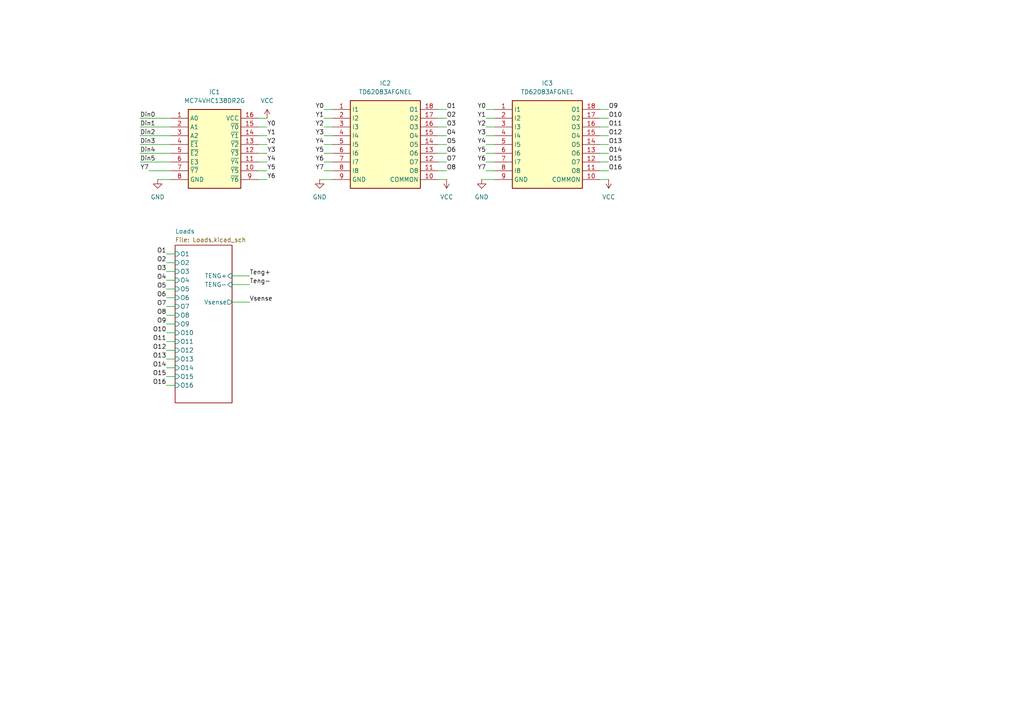
<source format=kicad_sch>
(kicad_sch (version 20231120) (generator "eeschema") (generator_version "8.0")
  (paper "A4")
  (lib_symbols
    (symbol "SamacSys_Parts:MC74VHC138DR2G"
      (property "Reference" "IC" (at 21.59 7.62 0))
      (property "Value" "MC74VHC138DR2G" (at 21.59 5.08 0))
      (symbol "MC74VHC138DR2G_1_1"
        (rectangle (start 5.08 2.54) (end 20.32 -20.32) (stroke (width 0.254)) (fill (type background)))
        (pin passive line (at 0 0 0) (length 5.08) (name "A0") (number "1"))
        (pin passive line (at 25.4 -15.24 180) (length 5.08) (name "~{Y5}") (number "10"))
        (pin passive line (at 25.4 -12.7 180) (length 5.08) (name "~{Y4}") (number "11"))
        (pin passive line (at 25.4 -10.16 180) (length 5.08) (name "~{Y3}") (number "12"))
        (pin passive line (at 25.4 -7.62 180) (length 5.08) (name "~{Y2}") (number "13"))
        (pin passive line (at 25.4 -5.08 180) (length 5.08) (name "~{Y1}") (number "14"))
        (pin passive line (at 25.4 -2.54 180) (length 5.08) (name "~{Y0}") (number "15"))
        (pin power_in line (at 25.4 0 180) (length 5.08) (name "VCC") (number "16"))
        (pin passive line (at 0 -2.54 0) (length 5.08) (name "A1") (number "2"))
        (pin passive line (at 0 -5.08 0) (length 5.08) (name "A2") (number "3"))
        (pin passive line (at 0 -7.62 0) (length 5.08) (name "~{E1}") (number "4"))
        (pin passive line (at 0 -10.16 0) (length 5.08) (name "~{E2}") (number "5"))
        (pin passive line (at 0 -12.7 0) (length 5.08) (name "E3") (number "6"))
        (pin passive line (at 0 -15.24 0) (length 5.08) (name "~{Y7}") (number "7"))
        (pin power_in line (at 0 -17.78 0) (length 5.08) (name "GND") (number "8"))
        (pin passive line (at 25.4 -17.78 180) (length 5.08) (name "~{Y6}") (number "9"))
      )
    )
    (symbol "SamacSys_Parts:TD62083AFGNEL"
      (property "Reference" "IC" (at 26.67 7.62 0))
      (property "Value" "TD62083AFGNEL" (at 26.67 5.08 0))
      (symbol "TD62083AFGNEL_1_1"
        (rectangle (start 5.08 2.54) (end 25.4 -22.86) (stroke (width 0.254)) (fill (type background)))
        (pin passive line (at 0 0 0) (length 5.08) (name "I1") (number "1"))
        (pin passive line (at 30.48 -20.32 180) (length 5.08) (name "COMMON") (number "10"))
        (pin passive line (at 30.48 -17.78 180) (length 5.08) (name "O8") (number "11"))
        (pin passive line (at 30.48 -15.24 180) (length 5.08) (name "O7") (number "12"))
        (pin passive line (at 30.48 -12.7 180) (length 5.08) (name "O6") (number "13"))
        (pin passive line (at 30.48 -10.16 180) (length 5.08) (name "O5") (number "14"))
        (pin passive line (at 30.48 -7.62 180) (length 5.08) (name "O4") (number "15"))
        (pin passive line (at 30.48 -5.08 180) (length 5.08) (name "O3") (number "16"))
        (pin passive line (at 30.48 -2.54 180) (length 5.08) (name "O2") (number "17"))
        (pin passive line (at 30.48 0 180) (length 5.08) (name "O1") (number "18"))
        (pin passive line (at 0 -2.54 0) (length 5.08) (name "I2") (number "2"))
        (pin passive line (at 0 -5.08 0) (length 5.08) (name "I3") (number "3"))
        (pin passive line (at 0 -7.62 0) (length 5.08) (name "I4") (number "4"))
        (pin passive line (at 0 -10.16 0) (length 5.08) (name "I5") (number "5"))
        (pin passive line (at 0 -12.7 0) (length 5.08) (name "I6") (number "6"))
        (pin passive line (at 0 -15.24 0) (length 5.08) (name "I7") (number "7"))
        (pin passive line (at 0 -17.78 0) (length 5.08) (name "I8") (number "8"))
        (pin passive line (at 0 -20.32 0) (length 5.08) (name "GND") (number "9"))
      )
    )
    (symbol "power:GND" (power) (pin_numbers hide) (pin_names (offset 0) hide)
      (property "Value" "GND" (at 0 -3.81 0))
      (symbol "GND_0_1"
        (polyline (pts (xy 0 0) (xy 0 -1.27) (xy 1.27 -1.27) (xy 0 -2.54) (xy -1.27 -1.27) (xy 0 -1.27)))
      )
      (symbol "GND_1_1"
        (pin power_in line (at 0 0 270) (length 0) (name "~") (number "1"))
      )
    )
    (symbol "power:VCC" (power) (pin_numbers hide) (pin_names (offset 0) hide)
      (property "Value" "VCC" (at 0 3.556 0))
      (symbol "VCC_0_1"
        (polyline (pts (xy -0.762 1.27) (xy 0 2.54)))
        (polyline (pts (xy 0 0) (xy 0 2.54)))
        (polyline (pts (xy 0 2.54) (xy 0.762 1.27)))
      )
      (symbol "VCC_1_1"
        (pin power_in line (at 0 0 90) (length 0) (name "~") (number "1"))
      )
    )
  )
  (wire (pts (xy 143.51 52.07) (xy 139.7 52.07)))
  (wire (pts (xy 129.54 46.99) (xy 127 46.99)))
  (wire (pts (xy 48.26 76.2) (xy 50.8 76.2)))
  (wire (pts (xy 93.98 41.91) (xy 96.52 41.91)))
  (wire (pts (xy 176.53 44.45) (xy 173.99 44.45)))
  (wire (pts (xy 40.64 46.99) (xy 49.53 46.99)))
  (wire (pts (xy 48.26 111.76) (xy 50.8 111.76)))
  (wire (pts (xy 129.54 49.53) (xy 127 49.53)))
  (wire (pts (xy 140.97 46.99) (xy 143.51 46.99)))
  (wire (pts (xy 48.26 83.82) (xy 50.8 83.82)))
  (wire (pts (xy 93.98 49.53) (xy 96.52 49.53)))
  (wire (pts (xy 48.26 78.74) (xy 50.8 78.74)))
  (wire (pts (xy 72.39 87.63) (xy 67.31 87.63)))
  (wire (pts (xy 140.97 31.75) (xy 143.51 31.75)))
  (wire (pts (xy 129.54 39.37) (xy 127 39.37)))
  (wire (pts (xy 93.98 44.45) (xy 96.52 44.45)))
  (wire (pts (xy 72.39 80.01) (xy 67.31 80.01)))
  (wire (pts (xy 48.26 86.36) (xy 50.8 86.36)))
  (wire (pts (xy 176.53 34.29) (xy 173.99 34.29)))
  (wire (pts (xy 176.53 31.75) (xy 173.99 31.75)))
  (wire (pts (xy 129.54 31.75) (xy 127 31.75)))
  (wire (pts (xy 127 52.07) (xy 129.54 52.07)))
  (wire (pts (xy 140.97 36.83) (xy 143.51 36.83)))
  (wire (pts (xy 77.47 52.07) (xy 74.93 52.07)))
  (wire (pts (xy 48.26 93.98) (xy 50.8 93.98)))
  (wire (pts (xy 176.53 39.37) (xy 173.99 39.37)))
  (wire (pts (xy 93.98 36.83) (xy 96.52 36.83)))
  (wire (pts (xy 140.97 41.91) (xy 143.51 41.91)))
  (wire (pts (xy 129.54 41.91) (xy 127 41.91)))
  (wire (pts (xy 40.64 44.45) (xy 49.53 44.45)))
  (wire (pts (xy 74.93 34.29) (xy 77.47 34.29)))
  (wire (pts (xy 140.97 34.29) (xy 143.51 34.29)))
  (wire (pts (xy 77.47 44.45) (xy 74.93 44.45)))
  (wire (pts (xy 77.47 49.53) (xy 74.93 49.53)))
  (wire (pts (xy 77.47 46.99) (xy 74.93 46.99)))
  (wire (pts (xy 72.39 82.55) (xy 67.31 82.55)))
  (wire (pts (xy 140.97 44.45) (xy 143.51 44.45)))
  (wire (pts (xy 43.18 49.53) (xy 49.53 49.53)))
  (wire (pts (xy 48.26 96.52) (xy 50.8 96.52)))
  (wire (pts (xy 93.98 31.75) (xy 96.52 31.75)))
  (wire (pts (xy 48.26 104.14) (xy 50.8 104.14)))
  (wire (pts (xy 48.26 109.22) (xy 50.8 109.22)))
  (wire (pts (xy 173.99 46.99) (xy 176.53 46.99)))
  (wire (pts (xy 176.53 49.53) (xy 173.99 49.53)))
  (wire (pts (xy 77.47 41.91) (xy 74.93 41.91)))
  (wire (pts (xy 40.64 39.37) (xy 49.53 39.37)))
  (wire (pts (xy 140.97 49.53) (xy 143.51 49.53)))
  (wire (pts (xy 129.54 44.45) (xy 127 44.45)))
  (wire (pts (xy 129.54 34.29) (xy 127 34.29)))
  (wire (pts (xy 93.98 39.37) (xy 96.52 39.37)))
  (wire (pts (xy 77.47 39.37) (xy 74.93 39.37)))
  (wire (pts (xy 48.26 106.68) (xy 50.8 106.68)))
  (wire (pts (xy 49.53 52.07) (xy 45.72 52.07)))
  (wire (pts (xy 93.98 46.99) (xy 96.52 46.99)))
  (wire (pts (xy 40.64 34.29) (xy 49.53 34.29)))
  (wire (pts (xy 40.64 41.91) (xy 49.53 41.91)))
  (wire (pts (xy 48.26 81.28) (xy 50.8 81.28)))
  (wire (pts (xy 93.98 34.29) (xy 96.52 34.29)))
  (wire (pts (xy 48.26 73.66) (xy 50.8 73.66)))
  (wire (pts (xy 77.47 36.83) (xy 74.93 36.83)))
  (wire (pts (xy 176.53 41.91) (xy 173.99 41.91)))
  (wire (pts (xy 48.26 88.9) (xy 50.8 88.9)))
  (wire (pts (xy 48.26 101.6) (xy 50.8 101.6)))
  (wire (pts (xy 40.64 36.83) (xy 49.53 36.83)))
  (wire (pts (xy 140.97 39.37) (xy 143.51 39.37)))
  (wire (pts (xy 48.26 99.06) (xy 50.8 99.06)))
  (wire (pts (xy 96.52 52.07) (xy 92.71 52.07)))
  (wire (pts (xy 129.54 36.83) (xy 127 36.83)))
  (wire (pts (xy 48.26 91.44) (xy 50.8 91.44)))
  (wire (pts (xy 176.53 36.83) (xy 173.99 36.83)))
  (wire (pts (xy 173.99 52.07) (xy 176.53 52.07)))
  (label "O3" (at 129.54 36.83 0))
  (label "Teng-" (at 72.39 82.55 0))
  (label "Y0" (at 140.97 31.75 180))
  (label "O8" (at 129.54 49.53 0))
  (label "Y5" (at 93.98 44.45 180))
  (label "Y3" (at 140.97 39.37 180))
  (label "Din0" (at 40.64 34.29 0))
  (label "O8" (at 48.26 91.44 180))
  (label "O15" (at 48.26 109.22 180))
  (label "O11" (at 48.26 99.06 180))
  (label "Y0" (at 77.47 36.83 0))
  (label "O12" (at 48.26 101.6 180))
  (label "O1" (at 129.54 31.75 0))
  (label "Y3" (at 77.47 44.45 0))
  (label "Y6" (at 93.98 46.99 180))
  (label "O9" (at 48.26 93.98 180))
  (label "Y1" (at 140.97 34.29 180))
  (label "O1" (at 48.26 73.66 180))
  (label "Y2" (at 140.97 36.83 180))
  (label "Y3" (at 93.98 39.37 180))
  (label "O7" (at 48.26 88.9 180))
  (label "Y0" (at 93.98 31.75 180))
  (label "O6" (at 129.54 44.45 0))
  (label "Y4" (at 140.97 41.91 180))
  (label "O13" (at 48.26 104.14 180))
  (label "Din1" (at 40.64 36.83 0))
  (label "O3" (at 48.26 78.74 180))
  (label "O10" (at 176.53 34.29 0))
  (label "Y4" (at 93.98 41.91 180))
  (label "O2" (at 48.26 76.2 180))
  (label "O14" (at 48.26 106.68 180))
  (label "O10" (at 48.26 96.52 180))
  (label "O14" (at 176.53 44.45 0))
  (label "Y7" (at 43.18 49.53 180))
  (label "O7" (at 129.54 46.99 0))
  (label "Din5" (at 40.64 46.99 0))
  (label "O5" (at 48.26 83.82 180))
  (label "Y1" (at 77.47 39.37 0))
  (label "Y7" (at 93.98 49.53 180))
  (label "Y1" (at 93.98 34.29 180))
  (label "Vsense" (at 72.39 87.63 0))
  (label "Teng+" (at 72.39 80.01 0))
  (label "O9" (at 176.53 31.75 0))
  (label "O5" (at 129.54 41.91 0))
  (label "O16" (at 176.53 49.53 0))
  (label "O16" (at 48.26 111.76 180))
  (label "Y7" (at 140.97 49.53 180))
  (label "Y5" (at 140.97 44.45 180))
  (label "O2" (at 129.54 34.29 0))
  (label "Y6" (at 140.97 46.99 180))
  (label "Din2" (at 40.64 39.37 0))
  (label "O6" (at 48.26 86.36 180))
  (label "Din4" (at 40.64 44.45 0))
  (label "Y4" (at 77.47 46.99 0))
  (label "O4" (at 129.54 39.37 0))
  (label "Y5" (at 77.47 49.53 0))
  (label "O11" (at 176.53 36.83 0))
  (label "Din3" (at 40.64 41.91 0))
  (label "Y6" (at 77.47 52.07 0))
  (label "Y2" (at 93.98 36.83 180))
  (label "Y2" (at 77.47 41.91 0))
  (label "O4" (at 48.26 81.28 180))
  (label "O15" (at 176.53 46.99 0))
  (label "O12" (at 176.53 39.37 0))
  (label "O13" (at 176.53 41.91 0))
  (symbol (lib_id "power:VCC") (at 129.54 52.07 0) (mirror x) (unit 1)
    (property "Reference" "#PWR034" (effects (hide yes)))
    (property "Value" "VCC" (at 129.54 57.15 0))
    (property "Description" "Power symbol creates a global label with name \"VCC\"" (effects (hide yes)))
  )
  (symbol (lib_id "power:GND") (at 45.72 52.07 0) (unit 1)
    (property "Reference" "#PWR01" (effects (hide yes)))
    (property "Value" "GND" (at 45.72 57.15 0))
    (property "Description" "Power symbol creates a global label with name \"GND\" , ground" (effects (hide yes)))
  )
  (symbol (lib_id "power:GND") (at 139.7 52.07 0) (unit 1)
    (property "Reference" "#PWR042" (effects (hide yes)))
    (property "Value" "GND" (at 139.7 57.15 0))
    (property "Description" "Power symbol creates a global label with name \"GND\" , ground" (effects (hide yes)))
  )
  (symbol (lib_id "power:VCC") (at 176.53 52.07 0) (mirror x) (unit 1)
    (property "Reference" "#PWR043" (effects (hide yes)))
    (property "Value" "VCC" (at 176.53 57.15 0))
    (property "Description" "Power symbol creates a global label with name \"VCC\"" (effects (hide yes)))
  )
  (symbol (lib_id "SamacSys_Parts:TD62083AFGNEL") (at 143.51 31.75 0) (unit 1)
    (property "Reference" "IC3" (at 158.75 24.13 0))
    (property "Value" "TD62083AFGNEL" (at 158.75 26.67 0))
    (property "Footprint" "SOIC127P1030X245-18N" (effects (hide yes)))
    (property "Datasheet" "https://eu.mouser.com/datasheet/2/408/TD62083AFG_datasheet_en_20091001-875843.pdf" (effects (hide yes)))
    (property "Description" "Gate Drivers" (effects (hide yes)))
    (property "Height" "2.45" (effects (hide yes)))
    (property "Manufacturer_Name" "Toshiba" (effects (hide yes)))
    (property "Manufacturer_Part_Number" "TD62083AFGNEL" (effects (hide yes)))
    (property "Mouser Part Number" "N/A" (effects (hide yes)))
    (property "Mouser Price/Stock" "https://www.mouser.co.uk/ProductDetail/Toshiba/TD62083AFGNEL?qs=ZjcfeKH2FJO2XkKSOSlUdg%3D%3D" (effects (hide yes)))
  )
  (symbol (lib_id "power:GND") (at 92.71 52.07 0) (unit 1)
    (property "Reference" "#PWR03" (effects (hide yes)))
    (property "Value" "GND" (at 92.71 57.15 0))
    (property "Description" "Power symbol creates a global label with name \"GND\" , ground" (effects (hide yes)))
  )
  (symbol (lib_id "SamacSys_Parts:MC74VHC138DR2G") (at 49.53 34.29 0) (unit 1)
    (property "Reference" "IC1" (at 62.23 26.67 0))
    (property "Value" "MC74VHC138DR2G" (at 62.23 29.21 0))
    (property "Footprint" "Library:SOIC127P600X175-16N" (effects (hide yes)))
    (property "Datasheet" "http://www.onsemi.com/pub/Collateral/MC74VHC138-D.PDF" (effects (hide yes)))
    (property "Height" "1.75" (effects (hide yes)))
    (property "Manufacturer_Name" "onsemi" (effects (hide yes)))
    (property "Manufacturer_Part_Number" "MC74VHC138DR2G" (effects (hide yes)))
    (property "Mouser Part Number" "863-MC74VHC138DR2G" (effects (hide yes)))
    (property "Mouser Price/Stock" "https://www.mouser.co.uk/ProductDetail/onsemi/MC74VHC138DR2G?qs=YOLdObVcOZliRjfeSc5aqQ%3D%3D" (effects (hide yes)))
    (property "Arrow Part Number" "MC74VHC138DR2G" (effects (hide yes)))
    (property "Arrow Price/Stock" "https://www.arrow.com/en/products/mc74vhc138dr2g/on-semiconductor?region=nac" (effects (hide yes)))
  )
  (symbol (lib_id "SamacSys_Parts:TD62083AFGNEL") (at 96.52 31.75 0) (unit 1)
    (property "Reference" "IC2" (at 111.76 24.13 0))
    (property "Value" "TD62083AFGNEL" (at 111.76 26.67 0))
    (property "Footprint" "SOIC127P1030X245-18N" (effects (hide yes)))
    (property "Datasheet" "https://eu.mouser.com/datasheet/2/408/TD62083AFG_datasheet_en_20091001-875843.pdf" (effects (hide yes)))
    (property "Description" "Gate Drivers" (effects (hide yes)))
    (property "Height" "2.45" (effects (hide yes)))
    (property "Manufacturer_Name" "Toshiba" (effects (hide yes)))
    (property "Manufacturer_Part_Number" "TD62083AFGNEL" (effects (hide yes)))
    (property "Mouser Part Number" "N/A" (effects (hide yes)))
    (property "Mouser Price/Stock" "https://www.mouser.co.uk/ProductDetail/Toshiba/TD62083AFGNEL?qs=ZjcfeKH2FJO2XkKSOSlUdg%3D%3D" (effects (hide yes)))
  )
  (symbol (lib_id "power:VCC") (at 77.47 34.29 0) (unit 1)
    (property "Reference" "#PWR02" (effects (hide yes)))
    (property "Value" "VCC" (at 77.47 29.21 0))
    (property "Description" "Power symbol creates a global label with name \"VCC\"" (effects (hide yes)))
  )
  (sheet (at 50.8 71.12) (size 16.51 45.72) (stroke (width 0.1524))
    (property "Sheetname" "Loads" (at 50.8 67.818 0) (effects (justify left bottom)))
    (property "Sheetfile" "Loads.kicad_sch" (at 50.8 68.834 0) (effects (justify left top)))
    (pin "TENG-" input (at 67.31 82.55 0))
    (pin "Vsense" output (at 67.31 87.63 0))
    (pin "O7" input (at 50.8 88.9 180))
    (pin "O8" input (at 50.8 91.44 180))
    (pin "TENG+" input (at 67.31 80.01 0))
    (pin "O6" input (at 50.8 86.36 180))
    (pin "O3" input (at 50.8 78.74 180))
    (pin "O1" input (at 50.8 73.66 180))
    (pin "O2" input (at 50.8 76.2 180))
    (pin "O5" input (at 50.8 83.82 180))
    (pin "O4" input (at 50.8 81.28 180))
    (pin "O9" input (at 50.8 93.98 180))
    (pin "O11" input (at 50.8 99.06 180))
    (pin "O12" input (at 50.8 101.6 180))
    (pin "O13" input (at 50.8 104.14 180))
    (pin "O14" input (at 50.8 106.68 180))
    (pin "O10" input (at 50.8 96.52 180))
    (pin "O15" input (at 50.8 109.22 180))
    (pin "O16" input (at 50.8 111.76 180))
  )
)
</source>
